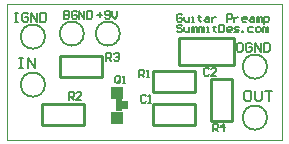
<source format=gto>
%FSAX24Y24*%
%MOIN*%
G70*
G01*
G75*
G04 Layer_Color=65535*
%ADD10R,0.0354X0.0315*%
%ADD11R,0.0394X0.0500*%
%ADD12R,0.0400X0.0669*%
%ADD13R,0.0500X0.0394*%
%ADD14C,0.0200*%
%ADD15C,0.0030*%
%ADD16C,0.0570*%
%ADD17C,0.0700*%
%ADD18C,0.0050*%
%ADD19R,0.0394X0.0394*%
%ADD20R,0.0394X0.0315*%
%ADD21R,0.0236X0.0413*%
%ADD22C,0.0100*%
D15*
X040750Y054300D02*
X049900D01*
X040750Y049750D02*
Y054300D01*
Y049750D02*
X049900D01*
Y054300D01*
D18*
X044500Y053300D02*
G03*
X044500Y053300I-000400J000000D01*
G01*
X042003Y053200D02*
G03*
X042003Y053200I-000403J000000D01*
G01*
Y051600D02*
G03*
X042003Y051600I-000403J000000D01*
G01*
X049403Y052200D02*
G03*
X049403Y052200I-000403J000000D01*
G01*
Y050500D02*
G03*
X049403Y050500I-000403J000000D01*
G01*
X043300Y053300D02*
G03*
X043300Y053300I-000400J000000D01*
G01*
X043750Y053925D02*
X043917D01*
X043833Y054008D02*
Y053842D01*
X044000D02*
X044042Y053800D01*
X044125D01*
X044167Y053842D01*
Y054008D01*
X044125Y054050D01*
X044042D01*
X044000Y054008D01*
Y053967D01*
X044042Y053925D01*
X044167D01*
X044250Y054050D02*
Y053883D01*
X044333Y053800D01*
X044416Y053883D01*
Y054050D01*
X041000Y054000D02*
X041100D01*
X041050D01*
Y053700D01*
X041000D01*
X041100D01*
X041450Y053950D02*
X041400Y054000D01*
X041300D01*
X041250Y053950D01*
Y053750D01*
X041300Y053700D01*
X041400D01*
X041450Y053750D01*
Y053850D01*
X041350D01*
X041550Y053700D02*
Y054000D01*
X041750Y053700D01*
Y054000D01*
X041850D02*
Y053700D01*
X042000D01*
X042050Y053750D01*
Y053950D01*
X042000Y054000D01*
X041850D01*
X047600Y050050D02*
Y050300D01*
X047725D01*
X047767Y050258D01*
Y050175D01*
X047725Y050133D01*
X047600D01*
X047683D02*
X047767Y050050D01*
X047975D02*
Y050300D01*
X047850Y050175D01*
X048017D01*
X044050Y052400D02*
Y052650D01*
X044175D01*
X044217Y052608D01*
Y052525D01*
X044175Y052483D01*
X044050D01*
X044133D02*
X044217Y052400D01*
X044300Y052608D02*
X044342Y052650D01*
X044425D01*
X044467Y052608D01*
Y052567D01*
X044425Y052525D01*
X044383D01*
X044425D01*
X044467Y052483D01*
Y052442D01*
X044425Y052400D01*
X044342D01*
X044300Y052442D01*
X042800Y051100D02*
Y051350D01*
X042925D01*
X042967Y051308D01*
Y051225D01*
X042925Y051183D01*
X042800D01*
X042883D02*
X042967Y051100D01*
X043217D02*
X043050D01*
X043217Y051267D01*
Y051308D01*
X043175Y051350D01*
X043092D01*
X043050Y051308D01*
X044517Y051692D02*
Y051858D01*
X044475Y051900D01*
X044392D01*
X044350Y051858D01*
Y051692D01*
X044392Y051650D01*
X044475D01*
X044433Y051733D02*
X044517Y051650D01*
X044475D02*
X044517Y051692D01*
X044600Y051650D02*
X044683D01*
X044642D01*
Y051900D01*
X044600Y051858D01*
X048550Y053000D02*
X048450D01*
X048400Y052950D01*
Y052750D01*
X048450Y052700D01*
X048550D01*
X048600Y052750D01*
Y052950D01*
X048550Y053000D01*
X048900Y052950D02*
X048850Y053000D01*
X048750D01*
X048700Y052950D01*
Y052750D01*
X048750Y052700D01*
X048850D01*
X048900Y052750D01*
Y052850D01*
X048800D01*
X049000Y052700D02*
Y053000D01*
X049200Y052700D01*
Y053000D01*
X049300D02*
Y052700D01*
X049450D01*
X049500Y052750D01*
Y052950D01*
X049450Y053000D01*
X049300D01*
X041150Y052500D02*
X041267D01*
X041208D01*
Y052150D01*
X041150D01*
X041267D01*
X041442D02*
Y052500D01*
X041675Y052150D01*
Y052500D01*
X048825Y051400D02*
X048708D01*
X048650Y051342D01*
Y051108D01*
X048708Y051050D01*
X048825D01*
X048883Y051108D01*
Y051342D01*
X048825Y051400D01*
X049000D02*
Y051108D01*
X049058Y051050D01*
X049175D01*
X049233Y051108D01*
Y051400D01*
X049350D02*
X049583D01*
X049466D01*
Y051050D01*
X042650Y054050D02*
Y053800D01*
X042775D01*
X042817Y053842D01*
Y053883D01*
X042775Y053925D01*
X042650D01*
X042775D01*
X042817Y053967D01*
Y054008D01*
X042775Y054050D01*
X042650D01*
X043067Y054008D02*
X043025Y054050D01*
X042942D01*
X042900Y054008D01*
Y053842D01*
X042942Y053800D01*
X043025D01*
X043067Y053842D01*
Y053925D01*
X042983D01*
X043150Y053800D02*
Y054050D01*
X043316Y053800D01*
Y054050D01*
X043400D02*
Y053800D01*
X043525D01*
X043566Y053842D01*
Y054008D01*
X043525Y054050D01*
X043400D01*
X047467Y052108D02*
X047425Y052150D01*
X047342D01*
X047300Y052108D01*
Y051942D01*
X047342Y051900D01*
X047425D01*
X047467Y051942D01*
X047717Y051900D02*
X047550D01*
X047717Y052067D01*
Y052108D01*
X047675Y052150D01*
X047592D01*
X047550Y052108D01*
X045366Y051208D02*
X045325Y051250D01*
X045241D01*
X045200Y051208D01*
Y051042D01*
X045241Y051000D01*
X045325D01*
X045366Y051042D01*
X045450Y051000D02*
X045533D01*
X045491D01*
Y051250D01*
X045450Y051208D01*
X045150Y051850D02*
Y052100D01*
X045275D01*
X045317Y052058D01*
Y051975D01*
X045275Y051933D01*
X045150D01*
X045233D02*
X045317Y051850D01*
X045400D02*
X045483D01*
X045442D01*
Y052100D01*
X045400Y052058D01*
X046567Y053558D02*
X046525Y053600D01*
X046442D01*
X046400Y053558D01*
Y053517D01*
X046442Y053475D01*
X046525D01*
X046567Y053433D01*
Y053392D01*
X046525Y053350D01*
X046442D01*
X046400Y053392D01*
X046650Y053517D02*
Y053392D01*
X046692Y053350D01*
X046817D01*
Y053517D01*
X046900Y053350D02*
Y053517D01*
X046941D01*
X046983Y053475D01*
Y053350D01*
Y053475D01*
X047025Y053517D01*
X047066Y053475D01*
Y053350D01*
X047150D02*
Y053517D01*
X047191D01*
X047233Y053475D01*
Y053350D01*
Y053475D01*
X047275Y053517D01*
X047316Y053475D01*
Y053350D01*
X047400D02*
X047483D01*
X047441D01*
Y053517D01*
X047400D01*
X047650Y053558D02*
Y053517D01*
X047608D01*
X047691D01*
X047650D01*
Y053392D01*
X047691Y053350D01*
X047816Y053600D02*
Y053350D01*
X047941D01*
X047983Y053392D01*
Y053558D01*
X047941Y053600D01*
X047816D01*
X048191Y053350D02*
X048108D01*
X048066Y053392D01*
Y053475D01*
X048108Y053517D01*
X048191D01*
X048233Y053475D01*
Y053433D01*
X048066D01*
X048316Y053350D02*
X048441D01*
X048483Y053392D01*
X048441Y053433D01*
X048358D01*
X048316Y053475D01*
X048358Y053517D01*
X048483D01*
X048566Y053350D02*
Y053392D01*
X048608D01*
Y053350D01*
X048566D01*
X048941Y053517D02*
X048816D01*
X048774Y053475D01*
Y053392D01*
X048816Y053350D01*
X048941D01*
X049066D02*
X049149D01*
X049191Y053392D01*
Y053475D01*
X049149Y053517D01*
X049066D01*
X049024Y053475D01*
Y053392D01*
X049066Y053350D01*
X049274D02*
Y053517D01*
X049316D01*
X049357Y053475D01*
Y053350D01*
Y053475D01*
X049399Y053517D01*
X049441Y053475D01*
Y053350D01*
X046567Y053908D02*
X046525Y053950D01*
X046442D01*
X046400Y053908D01*
Y053742D01*
X046442Y053700D01*
X046525D01*
X046567Y053742D01*
Y053825D01*
X046483D01*
X046650Y053867D02*
Y053742D01*
X046692Y053700D01*
X046817D01*
Y053867D01*
X046900Y053700D02*
X046983D01*
X046941D01*
Y053867D01*
X046900D01*
X047150Y053908D02*
Y053867D01*
X047108D01*
X047191D01*
X047150D01*
Y053742D01*
X047191Y053700D01*
X047358Y053867D02*
X047441D01*
X047483Y053825D01*
Y053700D01*
X047358D01*
X047316Y053742D01*
X047358Y053783D01*
X047483D01*
X047566Y053867D02*
Y053700D01*
Y053783D01*
X047608Y053825D01*
X047650Y053867D01*
X047691D01*
X048066Y053700D02*
Y053950D01*
X048191D01*
X048233Y053908D01*
Y053825D01*
X048191Y053783D01*
X048066D01*
X048316Y053867D02*
Y053700D01*
Y053783D01*
X048358Y053825D01*
X048399Y053867D01*
X048441D01*
X048691Y053700D02*
X048608D01*
X048566Y053742D01*
Y053825D01*
X048608Y053867D01*
X048691D01*
X048733Y053825D01*
Y053783D01*
X048566D01*
X048858Y053867D02*
X048941D01*
X048983Y053825D01*
Y053700D01*
X048858D01*
X048816Y053742D01*
X048858Y053783D01*
X048983D01*
X049066Y053700D02*
Y053867D01*
X049107D01*
X049149Y053825D01*
Y053700D01*
Y053825D01*
X049191Y053867D01*
X049232Y053825D01*
Y053700D01*
X049316Y053617D02*
Y053867D01*
X049441D01*
X049482Y053825D01*
Y053742D01*
X049441Y053700D01*
X049316D01*
D19*
X044400Y051307D02*
D03*
Y050500D02*
D03*
D20*
X044557Y050904D02*
D03*
D21*
X044479D02*
D03*
D22*
X045606Y052050D02*
X047006D01*
Y051350D02*
Y052050D01*
X045606Y051350D02*
Y052050D01*
Y051350D02*
X047006D01*
X041906Y050950D02*
X043306D01*
Y050250D02*
Y050950D01*
X041906Y050250D02*
Y050950D01*
Y050250D02*
X043306D01*
X046484Y052256D02*
Y053144D01*
X048316Y052256D02*
Y053144D01*
X046484D02*
X048316D01*
X046484Y052256D02*
X048316D01*
X042500Y052550D02*
X043900D01*
Y051850D02*
Y052550D01*
X042500Y051850D02*
Y052550D01*
Y051850D02*
X043900D01*
X048250Y050400D02*
Y051800D01*
X047550Y050400D02*
X048250D01*
X047550Y051800D02*
X048250D01*
X047550Y050400D02*
Y051800D01*
X045600Y050250D02*
X047000D01*
X045600D02*
Y050950D01*
X047000Y050250D02*
Y050950D01*
X045600D02*
X047000D01*
M02*

</source>
